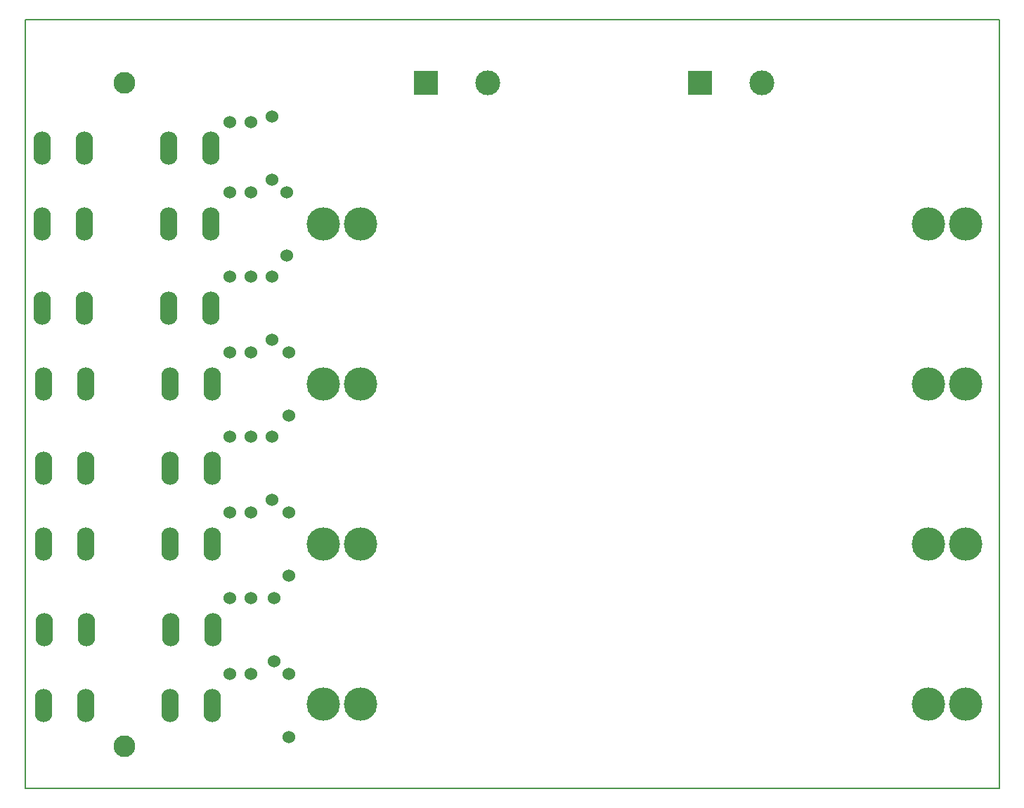
<source format=gbr>
G04 #@! TF.GenerationSoftware,KiCad,Pcbnew,(5.1.6)-1*
G04 #@! TF.CreationDate,2020-06-14T17:11:32+02:00*
G04 #@! TF.ProjectId,fuseboardv4,66757365-626f-4617-9264-76342e6b6963,rev?*
G04 #@! TF.SameCoordinates,Original*
G04 #@! TF.FileFunction,Soldermask,Bot*
G04 #@! TF.FilePolarity,Negative*
%FSLAX46Y46*%
G04 Gerber Fmt 4.6, Leading zero omitted, Abs format (unit mm)*
G04 Created by KiCad (PCBNEW (5.1.6)-1) date 2020-06-14 17:11:32*
%MOMM*%
%LPD*%
G01*
G04 APERTURE LIST*
G04 #@! TA.AperFunction,Profile*
%ADD10C,0.150000*%
G04 #@! TD*
%ADD11C,4.013200*%
%ADD12C,2.624000*%
%ADD13C,3.000000*%
%ADD14R,3.000000X3.000000*%
%ADD15O,2.108200X4.013200*%
%ADD16C,1.524000*%
G04 APERTURE END LIST*
D10*
X87630000Y-147320000D02*
X205000000Y-147320000D01*
X205000000Y-54610000D02*
X87630000Y-54610000D01*
X87630000Y-54610000D02*
X87630000Y-147320000D01*
X205000000Y-54610000D02*
X205000000Y-147320000D01*
D11*
X196469000Y-79248000D03*
X196469000Y-137160000D03*
X196469000Y-117856000D03*
X196469000Y-98552000D03*
X123571000Y-137160000D03*
X123571000Y-117856000D03*
X123571000Y-98552000D03*
X123571000Y-79248000D03*
X200949000Y-137160000D03*
X200949000Y-79248000D03*
X200949000Y-98552000D03*
X200949000Y-117856000D03*
X128051000Y-79248000D03*
X128051000Y-98552000D03*
X128051000Y-117856000D03*
X128051000Y-137160000D03*
D12*
X99606100Y-62230000D03*
D13*
X176410000Y-62230000D03*
D14*
X168910000Y-62230000D03*
D12*
X99606100Y-142240000D03*
D13*
X143390000Y-62230000D03*
D14*
X135890000Y-62230000D03*
D15*
X94780100Y-70104000D03*
X104940100Y-70104000D03*
X89700100Y-70104000D03*
X110020100Y-70104000D03*
X94780100Y-89408000D03*
X104940100Y-89408000D03*
X89700100Y-89408000D03*
X110020100Y-89408000D03*
X94907100Y-108712000D03*
X105067100Y-108712000D03*
X89827100Y-108712000D03*
X110147100Y-108712000D03*
X95034100Y-128206500D03*
X105194100Y-128206500D03*
X89954100Y-128206500D03*
X110274100Y-128206500D03*
D16*
X114846100Y-67000000D03*
X112306100Y-67000000D03*
X114846100Y-85598000D03*
X112306100Y-85598000D03*
X114846100Y-104902000D03*
X112306100Y-104902000D03*
X114846100Y-124396500D03*
X112306100Y-124396500D03*
X117348000Y-66294000D03*
X117348000Y-73914000D03*
X117348000Y-85598000D03*
X117348000Y-93218000D03*
X117348000Y-112522000D03*
X117348000Y-104902000D03*
X117602000Y-124396500D03*
X117602000Y-132016500D03*
D15*
X104940100Y-79248000D03*
X94780100Y-79248000D03*
X110020100Y-79248000D03*
X89700100Y-79248000D03*
X105067100Y-98552000D03*
X94907100Y-98552000D03*
X110147100Y-98552000D03*
X89827100Y-98552000D03*
X105067100Y-117856000D03*
X94907100Y-117856000D03*
X110147100Y-117856000D03*
X89827100Y-117856000D03*
X105067100Y-137350500D03*
X94907100Y-137350500D03*
X110147100Y-137350500D03*
X89827100Y-137350500D03*
D16*
X119126000Y-75438000D03*
X119126000Y-83058000D03*
X119380000Y-94742000D03*
X119380000Y-102362000D03*
X119380000Y-114046000D03*
X119380000Y-121666000D03*
X119380000Y-133540500D03*
X119380000Y-141160500D03*
X114846100Y-75438000D03*
X112306100Y-75438000D03*
X114846100Y-94742000D03*
X112306100Y-94742000D03*
X114846100Y-114046000D03*
X112306100Y-114046000D03*
X114846100Y-133540500D03*
X112306100Y-133540500D03*
M02*

</source>
